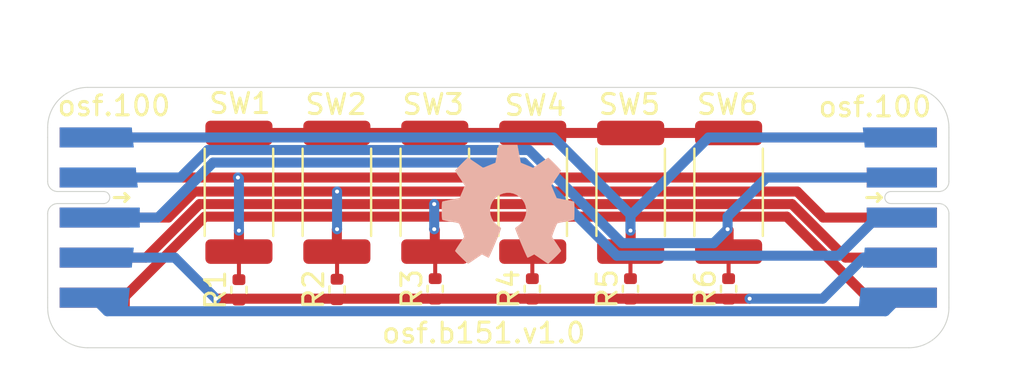
<source format=kicad_pcb>
(kicad_pcb (version 20221018) (generator pcbnew)
  (layers (0 "F.Cu" signal) (31 "B.Cu" signal) (34 "B.Paste" user) (35 "F.Paste" user) (36 "B.SilkS" user "B.Silkscreen") (37 "F.SilkS" user "F.Silkscreen") (38 "B.Mask" user) (39 "F.Mask" user) (44 "Edge.Cuts" user))
  (net 0 "")
  (net 1 "Net-(J1-3.3V)")
  (net 2 "Net-(J1-GPIO0)")
  (net 3 "Net-(J1-GPIO1)")
  (net 4 "Net-(J1-GPIO2)")
  (net 5 "Net-(J1-GPIO3)")
  (net 6 "Net-(J1-GPIO4)")
  (net 7 "Net-(J1-GPIO5)")
  (net 8 "Net-(J1-GND-Pad1)")
  (net 9 "Net-(J1-GND-Pad8)")
  (net 10 "Net-(J1-5V)")
  (footprint "Resistor_SMD:R_0402_1005Metric" (layer "F.Cu") (at 164.2 100.06 90)
    (fp_text reference "R4" (at 0 -1.17 90) (layer "F.SilkS"))
    (fp_text value "100k")
    (fp_line (start -0.153641 -0.38) (end 0.153641 -0.38) (stroke (width 0.12)) (layer "F.SilkS"))
    (fp_line (start -0.153641 0.38) (end 0.153641 0.38) (stroke (width 0.12)) (layer "F.SilkS"))
    (pad "1" smd roundrect (at -0.51 0 90) (size 0.54 0.64) (layers "F.Cu" "F.Paste" "F.Mask") (net 1 "Net-(J1-3.3V)"))
    (pad "2" smd roundrect (at 0.51 0 90) (size 0.54 0.64) (layers "F.Cu" "F.Paste" "F.Mask") (net 5 "Net-(J1-GPIO3)"))
  )
  (footprint "on_edge:on_edge_2x05_host" (layer "F.Cu") (at 185 96.5 -90)
    (fp_text reference "J1")
    (fp_text value "011_GPIO")
    (fp_line (start -1 3.373) (end -1.2 3.573) (stroke (width 0.153)) (layer "F.SilkS"))
    (fp_line (start -1 4.1) (end -1 3.373) (stroke (width 0.153)) (layer "F.SilkS"))
    (fp_line (start -0.8 3.573) (end -1 3.373) (stroke (width 0.153)) (layer "F.SilkS"))
    (fp_line (start -4 0) (end -1.8 0) (stroke (width 0.05)) (layer "Edge.Cuts"))
    (fp_line (start -1.3 0.5) (end -1.3 2.9) (stroke (width 0.05)) (layer "Edge.Cuts"))
    (fp_line (start -0.7 2.9) (end -0.7 0.5) (stroke (width 0.05)) (layer "Edge.Cuts"))
    (fp_line (start -0.2 0) (end 4 0) (stroke (width 0.05)) (layer "Edge.Cuts"))
    (fp_arc (start -1.8 0) (mid -1.446447 0.146447) (end -1.3 0.5) (stroke (width 0.05)) (layer "Edge.Cuts"))
    (fp_arc (start -0.7 0.5) (mid -0.553553 0.146447) (end -0.2 0) (stroke (width 0.05)) (layer "Edge.Cuts"))
    (fp_arc (start -0.7 2.9) (mid -1 3.2) (end -1.3 2.9) (stroke (width 0.05)) (layer "Edge.Cuts"))
    (pad "1" smd rect (at -4 2.35 270) (size 1 3.5) (layers "F.Cu" "F.Mask") (net 8 "Net-(J1-GND-Pad1)"))
    (pad "2" smd rect (at -2 2.35 270) (size 1 3.5) (layers "F.Cu" "F.Mask") (net 2 "Net-(J1-GPIO0)"))
    (pad "3" smd rect (at 0 2.35 270) (size 1 3.5) (layers "F.Cu" "F.Mask") (net 3 "Net-(J1-GPIO1)"))
    (pad "4" smd rect (at 2 2.35 270) (size 1 3.5) (layers "F.Cu" "F.Mask") (net 4 "Net-(J1-GPIO2)"))
    (pad "5" smd rect (at 4 2.35 270) (size 1 3.5) (layers "F.Cu" "F.Mask") (net 5 "Net-(J1-GPIO3)"))
    (pad "6" smd custom (at -4 2.4 90) (size 1 3.6) (layers "B.Cu" "B.Mask") (net 6 "Net-(J1-GPIO4)") (options (clearance outline) (anchor rect)) (primitives (gr_poly (pts (xy 0.5 -1.8) (xy -0.5 -1.8) (xy 0.5 -1.9)) (width 0) (fill yes))))
    (pad "7" smd rect (at -2 2.35 90) (size 1 3.5) (layers "B.Cu" "B.Mask") (net 7 "Net-(J1-GPIO5)"))
    (pad "8" smd rect (at 0 2.35 90) (size 1 3.5) (layers "B.Cu" "B.Mask") (net 9 "Net-(J1-GND-Pad8)"))
    (pad "9" smd custom (at 2 2.4 90) (size 1 3.6) (layers "B.Cu" "B.Mask") (net 1 "Net-(J1-3.3V)") (options (clearance outline) (anchor rect)) (primitives (gr_poly (pts (xy 0.5 -1.8) (xy -0.5 -1.8) (xy -0.5 -1.9)) (width 0) (fill yes))))
    (pad "10" smd custom (at 4 2.5 90) (size 1 3.8) (layers "B.Cu" "B.Mask") (net 10 "Net-(J1-5V)") (options (clearance outline) (anchor rect)) (primitives (gr_poly (pts (xy 0.5 -1.9) (xy -0.5 -1.9) (xy -0.5 -2)) (width 0) (fill yes))))
  )
  (footprint "Resistor_SMD:R_0402_1005Metric" (layer "F.Cu") (at 159.35 100.06 90)
    (fp_text reference "R3" (at 0 -1.17 90) (layer "F.SilkS"))
    (fp_text value "100k")
    (fp_line (start -0.153641 -0.38) (end 0.153641 -0.38) (stroke (width 0.12)) (layer "F.SilkS"))
    (fp_line (start -0.153641 0.38) (end 0.153641 0.38) (stroke (width 0.12)) (layer "F.SilkS"))
    (pad "1" smd roundrect (at -0.51 0 90) (size 0.54 0.64) (layers "F.Cu" "F.Paste" "F.Mask") (net 1 "Net-(J1-3.3V)"))
    (pad "2" smd roundrect (at 0.51 0 90) (size 0.54 0.64) (layers "F.Cu" "F.Paste" "F.Mask") (net 4 "Net-(J1-GPIO2)"))
  )
  (footprint "Resistor_SMD:R_2512_6332Metric" (layer "F.Cu") (at 159.33 95.2375 -90)
    (fp_text reference "SW3" (at -4.3875 0.08 -180) (layer "F.SilkS"))
    (fp_text value "PTS636 SK25J SMTR LFS")
    (fp_line (start -2.177064 -1.71) (end 2.177064 -1.71) (stroke (width 0.12)) (layer "F.SilkS"))
    (fp_line (start -2.177064 1.71) (end 2.177064 1.71) (stroke (width 0.12)) (layer "F.SilkS"))
    (pad "1" smd roundrect (at -2.9625 0 270) (size 1.225 3.35) (layers "F.Cu" "F.Paste" "F.Mask") (roundrect_rratio 0.2040816327) (net 8 "Net-(J1-GND-Pad1)"))
    (pad "2" smd roundrect (at 2.9625 0 270) (size 1.225 3.35) (layers "F.Cu" "F.Paste" "F.Mask") (roundrect_rratio 0.2040816327) (net 4 "Net-(J1-GPIO2)"))
  )
  (footprint "Resistor_SMD:R_2512_6332Metric" (layer "F.Cu") (at 149.55 95.2375 -90)
    (fp_text reference "SW1" (at -4.4375 -0.05 -180) (layer "F.SilkS"))
    (fp_text value "PTS636 SK25J SMTR LFS")
    (fp_line (start -2.177064 -1.71) (end 2.177064 -1.71) (stroke (width 0.12)) (layer "F.SilkS"))
    (fp_line (start -2.177064 1.71) (end 2.177064 1.71) (stroke (width 0.12)) (layer "F.SilkS"))
    (pad "1" smd roundrect (at -2.9625 0 270) (size 1.225 3.35) (layers "F.Cu" "F.Paste" "F.Mask") (roundrect_rratio 0.2040816327) (net 8 "Net-(J1-GND-Pad1)"))
    (pad "2" smd roundrect (at 2.9625 0 270) (size 1.225 3.35) (layers "F.Cu" "F.Paste" "F.Mask") (roundrect_rratio 0.2040816327) (net 2 "Net-(J1-GPIO0)"))
  )
  (footprint "Resistor_SMD:R_0402_1005Metric" (layer "F.Cu") (at 149.55 100.11 90)
    (fp_text reference "R1" (at 0 -1.17 90) (layer "F.SilkS"))
    (fp_text value "100k")
    (fp_line (start -0.153641 -0.38) (end 0.153641 -0.38) (stroke (width 0.12)) (layer "F.SilkS"))
    (fp_line (start -0.153641 0.38) (end 0.153641 0.38) (stroke (width 0.12)) (layer "F.SilkS"))
    (pad "1" smd roundrect (at -0.51 0 90) (size 0.54 0.64) (layers "F.Cu" "F.Paste" "F.Mask") (net 1 "Net-(J1-3.3V)"))
    (pad "2" smd roundrect (at 0.51 0 90) (size 0.54 0.64) (layers "F.Cu" "F.Paste" "F.Mask") (net 2 "Net-(J1-GPIO0)"))
  )
  (footprint "Resistor_SMD:R_2512_6332Metric" (layer "F.Cu") (at 154.44 95.2375 -90)
    (fp_text reference "SW2" (at -4.3875 0.04 -180) (layer "F.SilkS"))
    (fp_text value "PTS636 SK25J SMTR LFS")
    (fp_line (start -2.177064 -1.71) (end 2.177064 -1.71) (stroke (width 0.12)) (layer "F.SilkS"))
    (fp_line (start -2.177064 1.71) (end 2.177064 1.71) (stroke (width 0.12)) (layer "F.SilkS"))
    (pad "1" smd roundrect (at -2.9625 0 270) (size 1.225 3.35) (layers "F.Cu" "F.Paste" "F.Mask") (roundrect_rratio 0.2040816327) (net 8 "Net-(J1-GND-Pad1)"))
    (pad "2" smd roundrect (at 2.9625 0 270) (size 1.225 3.35) (layers "F.Cu" "F.Paste" "F.Mask") (roundrect_rratio 0.2040816327) (net 3 "Net-(J1-GPIO1)"))
  )
  (footprint "Resistor_SMD:R_2512_6332Metric" (layer "F.Cu") (at 169.11 95.2375 -90)
    (fp_text reference "SW5" (at -4.3875 0.06 -180) (layer "F.SilkS"))
    (fp_text value "PTS636 SK25J SMTR LFS")
    (fp_line (start -2.177064 -1.71) (end 2.177064 -1.71) (stroke (width 0.12)) (layer "F.SilkS"))
    (fp_line (start -2.177064 1.71) (end 2.177064 1.71) (stroke (width 0.12)) (layer "F.SilkS"))
    (pad "1" smd roundrect (at -2.9625 0 270) (size 1.225 3.35) (layers "F.Cu" "F.Paste" "F.Mask") (roundrect_rratio 0.2040816327) (net 8 "Net-(J1-GND-Pad1)"))
    (pad "2" smd roundrect (at 2.9625 0 270) (size 1.225 3.35) (layers "F.Cu" "F.Paste" "F.Mask") (roundrect_rratio 0.2040816327) (net 6 "Net-(J1-GPIO4)"))
  )
  (footprint "Resistor_SMD:R_2512_6332Metric" (layer "F.Cu") (at 164.22 95.2375 -90)
    (fp_text reference "SW4" (at -4.3375 -0.13 -180) (layer "F.SilkS"))
    (fp_text value "PTS636 SK25J SMTR LFS")
    (fp_line (start -2.177064 -1.71) (end 2.177064 -1.71) (stroke (width 0.12)) (layer "F.SilkS"))
    (fp_line (start -2.177064 1.71) (end 2.177064 1.71) (stroke (width 0.12)) (layer "F.SilkS"))
    (pad "1" smd roundrect (at -2.9625 0 270) (size 1.225 3.35) (layers "F.Cu" "F.Paste" "F.Mask") (roundrect_rratio 0.2040816327) (net 8 "Net-(J1-GND-Pad1)"))
    (pad "2" smd roundrect (at 2.9625 0 270) (size 1.225 3.35) (layers "F.Cu" "F.Paste" "F.Mask") (roundrect_rratio 0.2040816327) (net 5 "Net-(J1-GPIO3)"))
  )
  (footprint "Resistor_SMD:R_2512_6332Metric" (layer "F.Cu") (at 174 95.2375 -90)
    (fp_text reference "SW6" (at -4.3875 0.05 -180) (layer "F.SilkS"))
    (fp_text value "PTS636 SK25J SMTR LFS")
    (fp_line (start -2.177064 -1.71) (end 2.177064 -1.71) (stroke (width 0.12)) (layer "F.SilkS"))
    (fp_line (start -2.177064 1.71) (end 2.177064 1.71) (stroke (width 0.12)) (layer "F.SilkS"))
    (pad "1" smd roundrect (at -2.9625 0 270) (size 1.225 3.35) (layers "F.Cu" "F.Paste" "F.Mask") (roundrect_rratio 0.2040816327) (net 8 "Net-(J1-GND-Pad1)"))
    (pad "2" smd roundrect (at 2.9625 0 270) (size 1.225 3.35) (layers "F.Cu" "F.Paste" "F.Mask") (roundrect_rratio 0.2040816327) (net 7 "Net-(J1-GPIO5)"))
  )
  (footprint "on_edge:on_edge_2x05_device" (layer "F.Cu") (at 140 96.5 -90)
    (fp_text reference "J2")
    (fp_text value "011_GPIO")
    (fp_line (start -1.2 -3.85) (end -1 -4.05) (stroke (width 0.153)) (layer "F.SilkS"))
    (fp_line (start -1 -4.05) (end -1 -3.323) (stroke (width 0.153)) (layer "F.SilkS"))
    (fp_line (start -1 -4.05) (end -0.8 -3.85) (stroke (width 0.153)) (layer "F.SilkS"))
    (fp_line (start -4 0) (end -1.8 0) (stroke (width 0.05)) (layer "Edge.Cuts"))
    (fp_line (start -1.3 -2.8) (end -1.3 -0.5) (stroke (width 0.05)) (layer "Edge.Cuts"))
    (fp_line (start -0.7 -0.5) (end -0.7 -2.8) (stroke (width 0.05)) (layer "Edge.Cuts"))
    (fp_line (start -0.2 0) (end 4 0) (stroke (width 0.05)) (layer "Edge.Cuts"))
    (fp_arc (start -1.3 -2.8) (mid -1 -3.1) (end -0.7 -2.8) (stroke (width 0.05)) (layer "Edge.Cuts"))
    (fp_arc (start -1.3 -0.5) (mid -1.446447 -0.146447) (end -1.8 0) (stroke (width 0.05)) (layer "Edge.Cuts"))
    (fp_arc (start -0.2 0) (mid -0.553553 -0.146447) (end -0.7 -0.5) (stroke (width 0.05)) (layer "Edge.Cuts"))
    (pad "1" smd rect (at -4 -2.35 90) (size 1 3.5) (layers "F.Cu" "F.Mask") (net 8 "Net-(J1-GND-Pad1)"))
    (pad "2" smd rect (at -2 -2.35 270) (size 1 3.5) (layers "F.Cu" "F.Mask") (net 2 "Net-(J1-GPIO0)"))
    (pad "3" smd rect (at 0 -2.35 270) (size 1 3.5) (layers "F.Cu" "F.Mask") (net 3 "Net-(J1-GPIO1)"))
    (pad "4" smd rect (at 2 -2.35 90) (size 1 3.5) (layers "F.Cu" "F.Mask") (net 4 "Net-(J1-GPIO2)"))
    (pad "5" smd rect (at 4 -2.35 90) (size 1 3.5) (layers "F.Cu" "F.Mask") (net 5 "Net-(J1-GPIO3)"))
    (pad "6" smd custom (at -4 -2.4 270) (size 1 3.6) (layers "B.Cu" "B.Mask") (net 6 "Net-(J1-GPIO4)") (options (clearance outline) (anchor rect)) (primitives (gr_poly (pts (xy 0.5 -1.8) (xy 0.5 -1.9) (xy -0.5 -1.8)) (width 0) (fill yes))))
    (pad "7" smd custom (at -2 -2.1 270) (size 1 3) (layers "B.Cu" "B.Mask") (net 7 "Net-(J1-GPIO5)") (options (clearance outline) (anchor rect)) (primitives (gr_poly (pts (xy 0.3 -0.51) (xy 0.31 -0.62) (xy 0.33 -0.7) (xy 0.35 -0.76) (xy 0.37 -0.81) (xy 0.4 -0.86) (xy 0.44 -0.92) (xy 0.48 -0.97) (xy 0.5 -0.99) (xy 0.5 -2.4) (xy -0.5 -2.3) (xy -0.5 1.5) (xy 0.3 1.5)) (width 0) (fill yes))))
    (pad "8" smd rect (at 0 -2.6 270) (size 1 4) (layers "B.Cu" "B.Mask") (net 9 "Net-(J1-GND-Pad8)"))
    (pad "9" smd custom (at 2 -2.4 270) (size 1 3.6) (layers "B.Cu" "B.Mask") (net 1 "Net-(J1-3.3V)") (options (clearance outline) (anchor rect)) (primitives (gr_poly (pts (xy -0.5 -1.8) (xy -0.5 -1.9) (xy 0.5 -1.8)) (width 0) (fill yes))))
    (pad "10" smd custom (at 4 -2.3 270) (size 1 3.4) (layers "B.Cu" "B.Mask") (net 10 "Net-(J1-5V)") (options (clearance outline) (anchor rect)) (primitives (gr_poly (pts (xy -0.5 -1.7) (xy -0.5 -1.8) (xy 0.5 -1.7)) (width 0) (fill yes))))
  )
  (footprint "Resistor_SMD:R_0402_1005Metric" (layer "F.Cu") (at 169.1 100.06 90)
    (fp_text reference "R5" (at 0 -1.17 90) (layer "F.SilkS"))
    (fp_text value "100k")
    (fp_line (start -0.153641 -0.38) (end 0.153641 -0.38) (stroke (width 0.12)) (layer "F.SilkS"))
    (fp_line (start -0.153641 0.38) (end 0.153641 0.38) (stroke (width 0.12)) (layer "F.SilkS"))
    (pad "1" smd roundrect (at -0.51 0 90) (size 0.54 0.64) (layers "F.Cu" "F.Paste" "F.Mask") (net 1 "Net-(J1-3.3V)"))
    (pad "2" smd roundrect (at 0.51 0 90) (size 0.54 0.64) (layers "F.Cu" "F.Paste" "F.Mask") (net 6 "Net-(J1-GPIO4)"))
  )
  (footprint "Resistor_SMD:R_0402_1005Metric" (layer "F.Cu") (at 174 100.06 90)
    (fp_text reference "R6" (at 0 -1.17 90) (layer "F.SilkS"))
    (fp_text value "100k")
    (fp_line (start -0.153641 -0.38) (end 0.153641 -0.38) (stroke (width 0.12)) (layer "F.SilkS"))
    (fp_line (start -0.153641 0.38) (end 0.153641 0.38) (stroke (width 0.12)) (layer "F.SilkS"))
    (pad "1" smd roundrect (at -0.51 0 90) (size 0.54 0.64) (layers "F.Cu" "F.Paste" "F.Mask") (net 1 "Net-(J1-3.3V)"))
    (pad "2" smd roundrect (at 0.51 0 90) (size 0.54 0.64) (layers "F.Cu" "F.Paste" "F.Mask") (net 7 "Net-(J1-GPIO5)"))
  )
  (footprint "Resistor_SMD:R_0402_1005Metric" (layer "F.Cu") (at 154.45 100.09 90)
    (fp_text reference "R2" (at 0 -1.17 90) (layer "F.SilkS"))
    (fp_text value "100k")
    (fp_line (start -0.153641 -0.38) (end 0.153641 -0.38) (stroke (width 0.12)) (layer "F.SilkS"))
    (fp_line (start -0.153641 0.38) (end 0.153641 0.38) (stroke (width 0.12)) (layer "F.SilkS"))
    (pad "1" smd roundrect (at -0.51 0 90) (size 0.54 0.64) (layers "F.Cu" "F.Paste" "F.Mask") (net 1 "Net-(J1-3.3V)"))
    (pad "2" smd roundrect (at 0.51 0 90) (size 0.54 0.64) (layers "F.Cu" "F.Paste" "F.Mask") (net 3 "Net-(J1-GPIO1)"))
  )
  (footprint "Symbol:OSHW-Symbol_6.7x6mm_SilkScreen" (layer "B.Cu") (at 163 95.85 180)
    (fp_text reference "LOGO1" hide)
    (fp_text value "Logo_Open_Hardware_Small" hide)
    (fp_poly (pts (xy 0.555814 2.531069) (xy 0.639635 2.086445) (xy 0.94892 1.958947) (xy 1.258206 1.831449) (xy 1.629246 2.083754) (xy 1.733157 2.154004) (xy 1.827087 2.216728) (xy 1.906652 2.269062) (xy 1.96747 2.308143) (xy 2.005157 2.331107) (xy 2.015421 2.336058) (xy 2.03391 2.323324) (xy 2.07342 2.288118) (xy 2.129522 2.234938) (xy 2.197787 2.168282) (xy 2.273786 2.092646) (xy 2.353092 2.012528) (xy 2.431275 1.932426) (xy 2.503907 1.856836) (xy 2.566559 1.790255) (xy 2.614803 1.737182) (xy 2.64421 1.702113) (xy 2.651241 1.690377) (xy 2.641123 1.66874) (xy 2.612759 1.621338) (xy 2.569129 1.552807) (xy 2.513218 1.467785) (xy 2.448006 1.370907) (xy 2.410219 1.31565) (xy 2.341343 1.214752) (xy 2.28014 1.123701) (xy 2.229578 1.04703) (xy 2.192628 0.989272) (xy 2.172258 0.954957) (xy 2.169197 0.947746) (xy 2.176136 0.927252) (xy 2.195051 0.879487) (xy 2.223087 0.811168) (xy 2.257391 0.729011) (xy 2.295109 0.63973) (xy 2.333387 0.550042) (xy 2.36937 0.466662) (xy 2.400206 0.396306) (xy 2.423039 0.34569) (xy 2.435017 0.321529) (xy 2.435724 0.320578) (xy 2.454531 0.315964) (xy 2.504618 0.305672) (xy 2.580793 0.290713) (xy 2.677865 0.272099) (xy 2.790643 0.250841) (xy 2.856442 0.238582) (xy 2.97695 0.215638) (xy 3.085797 0.193805) (xy 3.177476 0.174278) (xy 3.246481 0.158252) (xy 3.287304 0.146921) (xy 3.295511 0.143326) (xy 3.303548 0.118994) (xy 3.310033 0.064041) (xy 3.31497 -0.015108) (xy 3.318364 -0.112026) (xy 3.320218 -0.220287) (xy 3.320538 -0.333465) (xy 3.319327 -0.445135) (xy 3.31659 -0.548868) (xy 3.312331 -0.638241) (xy 3.306555 -0.706826) (xy 3.299267 -0.748197) (xy 3.294895 -0.75681) (xy 3.268764 -0.767133) (xy 3.213393 -0.781892) (xy 3.136107 -0.799352) (xy 3.04423 -0.81778) (xy 3.012158 -0.823741) (xy 2.857524 -0.852066) (xy 2.735375 -0.874876) (xy 2.641673 -0.89308) (xy 2.572384 -0.907583) (xy 2.523471 -0.919292) (xy 2.490897 -0.929115) (xy 2.470628 -0.937956) (xy 2.458626 -0.946724) (xy 2.456947 -0.948457) (xy 2.440184 -0.976371) (xy 2.414614 -1.030695) (xy 2.382788 -1.104777) (xy 2.34726 -1.191965) (xy 2.310583 -1.285608) (xy 2.275311 -1.379052) (xy 2.243996 -1.465647) (xy 2.219193 -1.53874) (xy 2.203454 -1.591678) (xy 2.199332 -1.617811) (xy 2.199676 -1.618726) (xy 2.213641 -1.640086) (xy 2.245322 -1.687084) (xy 2.291391 -1.754827) (xy 2.348518 -1.838423) (xy 2.413373 -1.932982) (xy 2.431843 -1.959854) (xy 2.497699 -2.057275) (xy 2.55565 -2.146163) (xy 2.602538 -2.221412) (xy 2.635207 -2.27792) (xy 2.6505 -2.310581) (xy 2.651241 -2.314593) (xy 2.638392 -2.335684) (xy 2.602888 -2.377464) (xy 2.549293 -2.435445) (xy 2.482171 -2.505135) (xy 2.406087 -2.582045) (xy 2.325604 -2.661683) (xy 2.245287 -2.739561) (xy 2.169699 -2.811186) (xy 2.103405 -2.87207) (xy 2.050969 -2.917721) (xy 2.016955 -2.94365) (xy 2.007545 -2.947883) (xy 1.985643 -2.937912) (xy 1.9408 -2.91102) (xy 1.880321 -2.871736) (xy 1.833789 -2.840117) (xy 1.749475 -2.782098) (xy 1.649626 -2.713784) (xy 1.549473 -2.645579) (xy 1.495627 -2.609075) (xy 1.313371 -2.4858) (xy 1.160381 -2.56852) (xy 1.090682 -2.604759) (xy 1.031414 -2.632926) (xy 0.991311 -2.648991) (xy 0.981103 -2.651226) (xy 0.968829 -2.634722) (xy 0.944613 -2.588082) (xy 0.910263 -2.515609) (xy 0.867588 -2.421606) (xy 0.818394 -2.310374) (xy 0.76449 -2.186215) (xy 0.707684 -2.053432) (xy 0.649782 -1.916327) (xy 0.592593 -1.779202) (xy 0.537924 -1.646358) (xy 0.487584 -1.522098) (xy 0.44338 -1.410725) (xy 0.407119 -1.316539) (xy 0.380609 -1.243844) (xy 0.365658 -1.196941) (xy 0.363254 -1.180833) (xy 0.382311 -1.160286) (xy 0.424036 -1.126933) (xy 0.479706 -1.087702) (xy 0.484378 -1.084599) (xy 0.628264 -0.969423) (xy 0.744283 -0.835053) (xy 0.83143 -0.685784) (xy 0.888699 -0.525913) (xy 0.915086 -0.359737) (xy 0.909585 -0.191552) (xy 0.87119 -0.025655) (xy 0.798895 0.133658) (xy 0.777626 0.168513) (xy 0.666996 0.309263) (xy 0.536302 0.422286) (xy 0.390064 0.506997) (xy 0.232808 0.562806) (xy 0.069057 0.589126) (xy -0.096667 0.58537) (xy -0.259838 0.55095) (xy -0.415935 0.485277) (xy -0.560433 0.387765) (xy -0.605131 0.348187) (xy -0.718888 0.224297) (xy -0.801782 0.093876) (xy -0.858644 -0.052315) (xy -0.890313 -0.197088) (xy -0.898131 -0.35986) (xy -0.872062 -0.52344) (xy -0.814755 -0.682298) (xy -0.728856 -0.830906) (xy -0.617014 -0.963735) (xy -0.481877 -1.075256) (xy -0.464117 -1.087011) (xy -0.40785 -1.125508) (xy -0.365077 -1.158863) (xy -0.344628 -1.18016) (xy -0.344331 -1.180833) (xy -0.348721 -1.203871) (xy -0.366124 -1.256157) (xy -0.394732 -1.33339) (xy -0.432735 -1.431268) (xy -0.478326 -1.545491) (xy -0.529697 -1.671758) (xy -0.585038 -1.805767) (xy -0.642542 -1.943218) (xy -0.700399 -2.079808) (xy -0.756802 -2.211237) (xy -0.809942 -2.333205) (xy -0.85801 -2.441409) (xy -0.899199 -2.531549) (xy -0.931699 -2.599323) (xy -0.953703 -2.64043) (xy -0.962564 -2.651226) (xy -0.98964 -2.642819) (xy -1.040303 -2.620272) (xy -1.105817 -2.587613) (xy -1.141841 -2.56852) (xy -1.294832 -2.4858) (xy -1.477088 -2.609075) (xy -1.570125 -2.672228) (xy -1.671985 -2.741727) (xy -1.767438 -2.807165) (xy -1.81525 -2.840117) (xy -1.882495 -2.885273) (xy -1.939436 -2.921057) (xy -1.978646 -2.942938) (xy -1.991381 -2.947563) (xy -2.009917 -2.935085) (xy -2.050941 -2.900252) (xy -2.110475 -2.846678) (xy -2.184542 -2.777983) (xy -2.269165 -2.697781) (xy -2.322685 -2.646286) (xy -2.416319 -2.554286) (xy -2.497241 -2.471999) (xy -2.562177 -2.402945) (xy -2.607858 -2.350644) (xy -2.631011 -2.318616) (xy -2.633232 -2.312116) (xy -2.622924 -2.287394) (xy -2.594439 -2.237405) (xy -2.550937 -2.167212) (xy -2.495577 -2.081875) (xy -2.43152 -1.986456) (xy -2.413303 -1.959854) (xy -2.346927 -1.863167) (xy -2.287378 -1.776117) (xy -2.237984 -1.703595) (xy -2.202075 -1.650493) (xy -2.182981 -1.621703) (xy -2.181136 -1.618726) (xy -2.183895 -1.595782) (xy -2.198538 -1.545336) (xy -2.222513 -1.474041) (xy -2.253266 -1.388547) (xy -2.288244 -1.295507) (xy -2.324893 -1.201574) (xy -2.360661 -1.113399) (xy -2.392994 -1.037634) (xy -2.419338 -0.980931) (xy -2.437142 -0.949943) (xy -2.438407 -0.948457) (xy -2.449294 -0.939601) (xy -2.467682 -0.930843) (xy -2.497606 -0.921277) (xy -2.543103 -0.909996) (xy -2.608209 -0.896093) (xy -2.696961 -0.878663) (xy -2.813393 -0.856798) (xy -2.961542 -0.829591) (xy -2.993618 -0.823741) (xy -3.088686 -0.805374) (xy -3.171565 -0.787405) (xy -3.23493 -0.771569) (xy -3.271458 -0.7596) (xy -3.276356 -0.75681) (xy -3.284427 -0.732072) (xy -3.290987 -0.67679) (xy -3.296033 -0.597389) (xy -3.299559 -0.500296) (xy -3.301561 -0.391938) (xy -3.302036 -0.27874) (xy -3.300977 -0.167128) (xy -3.298382 -0.063529) (xy -3.294246 0.025632) (xy -3.288563 0.093928) (xy -3.281331 0.134934) (xy -3.276971 0.143326) (xy -3.252698 0.151792) (xy -3.197426 0.165565) (xy -3.116662 0.18345) (xy -3.015912 0.204252) (xy -2.900683 0.226777) (xy -2.837902 0.238582) (xy -2.718787 0.260849) (xy -2.612565 0.281021) (xy -2.524427 0.298085) (xy -2.459566 0.311031) (xy -2.423174 0.318845) (xy -2.417184 0.320578) (xy -2.407061 0.34011) (xy -2.385662 0.387157) (xy -2.355839 0.454997) (xy -2.320445 0.536909) (xy -2.282332 0.626172) (xy -2.244353 0.716065) (xy -2.20936 0.799865) (xy -2.180206 0.870853) (xy -2.159743 0.922306) (xy -2.150823 0.947503) (xy -2.150657 0.948604) (xy -2.160769 0.968481) (xy -2.189117 1.014223) (xy -2.232723 1.081283) (xy -2.288606 1.165116) (xy -2.353787 1.261174) (xy -2.391679 1.31635) (xy -2.460725 1.417519) (xy -2.52205 1.50937) (xy -2.572663 1.587256) (xy -2.609571 1.646531) (xy -2.629782 1.682549) (xy -2.632701 1.690623) (xy -2.620153 1.709416) (xy -2.585463 1.749543) (xy -2.533063 1.806507) (xy -2.467384 1.875815) (xy -2.392856 1.952969) (xy -2.313913 2.033475) (xy -2.234983 2.112837) (xy -2.1605 2.18656) (xy -2.094894 2.250148) (xy -2.042596 2.299106) (xy -2.008039 2.328939) (xy -1.996478 2.336058) (xy -1.977654 2.326047) (xy -1.932631 2.297922) (xy -1.865787 2.254546) (xy -1.781499 2.198782) (xy -1.684144 2.133494) (xy -1.610707 2.083754) (xy -1.239667 1.831449) (xy -0.621095 2.086445) (xy -0.537275 2.531069) (xy -0.453454 2.975693) (xy 0.471994 2.975693) (xy 0.555814 2.531069)) (stroke (width 0.01)) (fill solid) (layer "B.SilkS"))
  )
  (gr_line (start 140 92.5) (end 140 92) (stroke (width 0.05)) (layer "Edge.Cuts"))
  (gr_line (start 185 101) (end 185 100.5) (stroke (width 0.05)) (layer "Edge.Cuts"))
  (gr_line (start 142 90) (end 183 90) (stroke (width 0.05)) (layer "Edge.Cuts"))
  (gr_arc (start 185 101) (mid 184.414214 102.414214) (end 183 103) (stroke (width 0.05)) (layer "Edge.Cuts"))
  (gr_line (start 183 103) (end 142 103) (stroke (width 0.05)) (layer "Edge.Cuts"))
  (gr_arc (start 183 90) (mid 184.414214 90.585786) (end 185 92) (stroke (width 0.05)) (layer "Edge.Cuts"))
  (gr_arc (start 142 103) (mid 140.585786 102.414214) (end 140 101) (stroke (width 0.05)) (layer "Edge.Cuts"))
  (gr_line (start 140 101) (end 140 100.5) (stroke (width 0.05)) (layer "Edge.Cuts"))
  (gr_line (start 185 92.5) (end 185 92) (stroke (width 0.05)) (layer "Edge.Cuts"))
  (gr_arc (start 140 92) (mid 140.585786 90.585786) (end 142 90) (stroke (width 0.05)) (layer "Edge.Cuts"))
  (gr_text "osf.b151.v1.0" (at 156.6 102.85) (layer "F.SilkS") (effects (font (size 1 1)) (justify left bottom)))
  (gr_text "osf.100" (at 178.4 91.55) (layer "F.SilkS") (effects (font (size 1 1)) (justify left bottom)))
  (gr_text "osf.100" (at 140.4 91.5) (layer "F.SilkS") (effects (font (size 1 1)) (justify left bottom)))
  (segment (start 175.05 100.55) (end 148.4 100.55) (width 0.5) (layer "F.Cu") (net 1))
  (via (at 148.4 100.55) (size 0.5) (drill 0.2) (layers "F.Cu" "B.Cu") (net 1))
  (via (at 175.05 100.55) (size 0.5) (drill 0.2) (layers "F.Cu" "B.Cu") (net 1))
  (segment (start 178.7 100.55) (end 175.05 100.55) (width 0.5) (layer "B.Cu") (net 1))
  (segment (start 180.75 98.5) (end 178.7 100.55) (width 0.5) (layer "B.Cu") (net 1))
  (segment (start 182.6 98.5) (end 180.75 98.5) (width 0.5) (layer "B.Cu") (net 1))
  (segment (start 148.4 100.55) (end 146.35 98.5) (width 0.5) (layer "B.Cu") (net 1))
  (segment (start 146.35 98.5) (end 142.4 98.5) (width 0.5) (layer "B.Cu") (net 1))
  (segment (start 149.5 94.5) (end 182.65 94.5) (width 0.5) (layer "F.Cu") (net 2))
  (segment (start 142.35 94.5) (end 149.5 94.5) (width 0.5) (layer "F.Cu") (net 2))
  (segment (start 149.55 98.2) (end 149.55 97.15) (width 0.5) (layer "F.Cu") (net 2))
  (segment (start 149.55 99.6) (end 149.55 98.2) (width 0.2) (layer "F.Cu") (net 2))
  (via (at 149.5 94.5) (size 0.5) (drill 0.2) (layers "F.Cu" "B.Cu") (net 2))
  (via (at 149.55 97.15) (size 0.5) (drill 0.2) (layers "F.Cu" "B.Cu") (net 2))
  (segment (start 149.55 94.55) (end 149.5 94.5) (width 0.5) (layer "B.Cu") (net 2))
  (segment (start 149.55 97.15) (end 149.55 94.55) (width 0.5) (layer "B.Cu") (net 2))
  (segment (start 154.45 99.58) (end 154.45 98.21) (width 0.2) (layer "F.Cu") (net 3))
  (segment (start 147.326576 95.2) (end 154.45 95.2) (width 0.5) (layer "F.Cu") (net 3))
  (segment (start 177.423424 95.2) (end 178.723424 96.5) (width 0.5) (layer "F.Cu") (net 3))
  (segment (start 154.45 98.21) (end 154.44 98.2) (width 0.2) (layer "F.Cu") (net 3))
  (segment (start 154.44 97.0905) (end 154.45 97.0805) (width 0.5) (layer "F.Cu") (net 3))
  (segment (start 146.026576 96.5) (end 147.326576 95.2) (width 0.5) (layer "F.Cu") (net 3))
  (segment (start 178.723424 96.5) (end 182.65 96.5) (width 0.5) (layer "F.Cu") (net 3))
  (segment (start 154.44 98.2) (end 154.44 97.0905) (width 0.5) (layer "F.Cu") (net 3))
  (segment (start 142.35 96.5) (end 146.026576 96.5) (width 0.5) (layer "F.Cu") (net 3))
  (segment (start 154.45 95.2) (end 177.423424 95.2) (width 0.5) (layer "F.Cu") (net 3))
  (via (at 154.45 95.2) (size 0.5) (drill 0.2) (layers "F.Cu" "B.Cu") (net 3))
  (via (at 154.45 97.0805) (size 0.5) (drill 0.2) (layers "F.Cu" "B.Cu") (net 3))
  (segment (start 154.45 97.0805) (end 154.45 95.2) (width 0.5) (layer "B.Cu") (net 3))
  (segment (start 159.3 95.827) (end 177.163712 95.827) (width 0.5) (layer "F.Cu") (net 4))
  (segment (start 159.33 97.1105) (end 159.3 97.0805) (width 0.5) (layer "F.Cu") (net 4))
  (segment (start 177.163712 95.827) (end 179.836712 98.5) (width 0.5) (layer "F.Cu") (net 4))
  (segment (start 147.586288 95.827) (end 159.3 95.827) (width 0.5) (layer "F.Cu") (net 4))
  (segment (start 144.913288 98.5) (end 147.586288 95.827) (width 0.5) (layer "F.Cu") (net 4))
  (segment (start 159.35 99.55) (end 159.35 98.22) (width 0.2) (layer "F.Cu") (net 4))
  (segment (start 159.33 98.2) (end 159.33 97.1105) (width 0.5) (layer "F.Cu") (net 4))
  (segment (start 159.35 98.22) (end 159.33 98.2) (width 0.2) (layer "F.Cu") (net 4))
  (segment (start 142.35 98.5) (end 144.913288 98.5) (width 0.5) (layer "F.Cu") (net 4))
  (segment (start 179.836712 98.5) (end 182.65 98.5) (width 0.5) (layer "F.Cu") (net 4))
  (via (at 159.3 95.827) (size 0.5) (drill 0.2) (layers "F.Cu" "B.Cu") (net 4))
  (via (at 159.3 97.0805) (size 0.5) (drill 0.2) (layers "F.Cu" "B.Cu") (net 4))
  (segment (start 159.3 97.0805) (end 159.3 95.827) (width 0.5) (layer "B.Cu") (net 4))
  (segment (start 180.95 100.5) (end 182.65 100.5) (width 0.5) (layer "F.Cu") (net 5))
  (segment (start 147.846 96.454) (end 164.2 96.454) (width 0.5) (layer "F.Cu") (net 5))
  (segment (start 164.22 98.2) (end 164.22 96.474) (width 0.5) (layer "F.Cu") (net 5))
  (segment (start 176.904 96.454) (end 180.95 100.5) (width 0.5) (layer "F.Cu") (net 5))
  (segment (start 164.22 96.474) (end 164.2 96.454) (width 0.5) (layer "F.Cu") (net 5))
  (segment (start 164.2 98.22) (end 164.22 98.2) (width 0.2) (layer "F.Cu") (net 5))
  (segment (start 164.2 96.454) (end 176.904 96.454) (width 0.5) (layer "F.Cu") (net 5))
  (segment (start 164.2 99.55) (end 164.2 98.22) (width 0.2) (layer "F.Cu") (net 5))
  (segment (start 143.8 100.5) (end 147.846 96.454) (width 0.5) (layer "F.Cu") (net 5))
  (segment (start 142.35 100.5) (end 143.8 100.5) (width 0.5) (layer "F.Cu") (net 5))
  (segment (start 169.11 98.2) (end 169.11 97.16) (width 0.5) (layer "F.Cu") (net 6))
  (segment (start 169.1 99.55) (end 169.1 98.21) (width 0.2) (layer "F.Cu") (net 6))
  (segment (start 169.11 97.16) (end 169.1 97.15) (width 0.5) (layer "F.Cu") (net 6))
  (segment (start 169.1 98.21) (end 169.11 98.2) (width 0.2) (layer "F.Cu") (net 6))
  (via (at 169.1 97.15) (size 0.5) (drill 0.2) (layers "F.Cu" "B.Cu") (net 6))
  (segment (start 165.25 92.5) (end 142.4 92.5) (width 0.5) (layer "B.Cu") (net 6))
  (segment (start 169.1 97.15) (end 169.1 96.35) (width 0.5) (layer "B.Cu") (net 6))
  (segment (start 173 92.5) (end 182.6 92.5) (width 0.5) (layer "B.Cu") (net 6))
  (segment (start 169.1 96.35) (end 165.25 92.5) (width 0.5) (layer "B.Cu") (net 6))
  (segment (start 169.1 97.15) (end 169.1 96.4) (width 0.5) (layer "B.Cu") (net 6))
  (segment (start 169.1 96.4) (end 173 92.5) (width 0.5) (layer "B.Cu") (net 6))
  (segment (start 174 97.1305) (end 173.95 97.0805) (width 0.5) (layer "F.Cu") (net 7))
  (segment (start 174 99.55) (end 174 98.2) (width 0.2) (layer "F.Cu") (net 7))
  (segment (start 174 98.2) (end 174 97.1305) (width 0.5) (layer "F.Cu") (net 7))
  (via (at 173.95 97.0805) (size 0.5) (drill 0.2) (layers "F.Cu" "B.Cu") (net 7))
  (segment (start 173.95 96.45) (end 175.9 94.5) (width 0.5) (layer "B.Cu") (net 7))
  (segment (start 148 93.127) (end 146.627 94.5) (width 0.5) (layer "B.Cu") (net 7))
  (segment (start 173.95 97.0805) (end 173.95 96.45) (width 0.5) (layer "B.Cu") (net 7))
  (segment (start 175.9 94.5) (end 182.65 94.5) (width 0.5) (layer "B.Cu") (net 7))
  (segment (start 173.2535 97.777) (end 168.677 97.777) (width 0.5) (layer "B.Cu") (net 7))
  (segment (start 173.95 97.0805) (end 173.2535 97.777) (width 0.5) (layer "B.Cu") (net 7))
  (segment (start 164.027 93.127) (end 148 93.127) (width 0.5) (layer "B.Cu") (net 7))
  (segment (start 168.677 97.777) (end 164.027 93.127) (width 0.5) (layer "B.Cu") (net 7))
  (segment (start 146.627 94.5) (end 142.1 94.5) (width 0.5) (layer "B.Cu") (net 7))
  (segment (start 149.325 92.5) (end 149.55 92.275) (width 0.5) (layer "F.Cu") (net 8))
  (segment (start 174.225 92.5) (end 174 92.275) (width 0.5) (layer "F.Cu") (net 8))
  (segment (start 149.55 92.275) (end 174 92.275) (width 0.5) (layer "F.Cu") (net 8))
  (segment (start 182.65 92.5) (end 174.225 92.5) (width 0.5) (layer "F.Cu") (net 8))
  (segment (start 142.35 92.5) (end 149.325 92.5) (width 0.5) (layer "F.Cu") (net 8))
  (segment (start 181.4 96.5) (end 179.496 98.404) (width 0.5) (layer "B.Cu") (net 9))
  (segment (start 163.767288 93.754) (end 148.259712 93.754) (width 0.5) (layer "B.Cu") (net 9))
  (segment (start 168.417288 98.404) (end 163.767288 93.754) (width 0.5) (layer "B.Cu") (net 9))
  (segment (start 182.65 96.5) (end 181.4 96.5) (width 0.5) (layer "B.Cu") (net 9))
  (segment (start 148.259712 93.754) (end 145.513712 96.5) (width 0.5) (layer "B.Cu") (net 9))
  (segment (start 179.496 98.404) (end 168.417288 98.404) (width 0.5) (layer "B.Cu") (net 9))
  (segment (start 145.513712 96.5) (end 142.6 96.5) (width 0.5) (layer "B.Cu") (net 9))
  (segment (start 142.3 100.5) (end 142.977 101.177) (width 0.5) (layer "B.Cu") (net 10))
  (segment (start 181.823 101.177) (end 182.5 100.5) (width 0.5) (layer "B.Cu") (net 10))
  (segment (start 142.977 101.177) (end 181.823 101.177) (width 0.5) (layer "B.Cu") (net 10))
)
</source>
